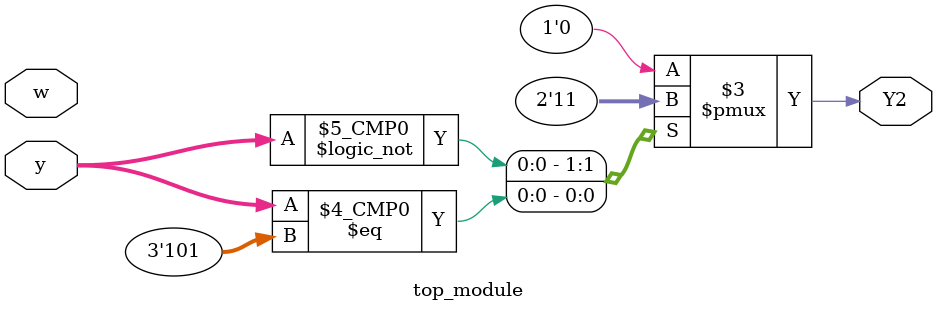
<source format=sv>
module top_module(
    input [3:1] y,
    input w,
    output reg Y2);
    
    always @(y or w) begin
        case(y)
            3'b000: Y2 = 1'b1;
            3'b001: Y2 = 1'b0;
            3'b010: Y2 = 1'b0;
            3'b011: Y2 = 1'b0;
            3'b100: Y2 = 1'b0;
            3'b101: Y2 = 1'b1;
            default: Y2 = 1'b0;
        endcase
    end
    
endmodule

</source>
